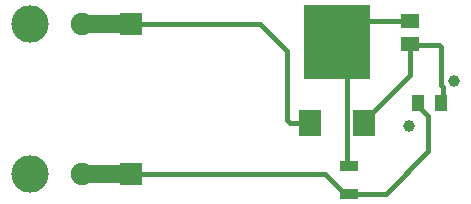
<source format=gtl>
G04*
G04 #@! TF.GenerationSoftware,Altium Limited,Altium Designer,20.0.11 (256)*
G04*
G04 Layer_Physical_Order=1*
G04 Layer_Color=255*
%FSLAX25Y25*%
%MOIN*%
G70*
G01*
G75*
%ADD14R,0.21900X0.24800*%
%ADD15R,0.07300X0.08500*%
%ADD16R,0.05906X0.05118*%
%ADD17R,0.03976X0.05787*%
%ADD18R,0.06102X0.03740*%
%ADD26C,0.01500*%
%ADD27C,0.06000*%
%ADD28C,0.03937*%
%ADD29R,0.07500X0.07500*%
%ADD30C,0.07500*%
%ADD31C,0.12500*%
D14*
X113500Y61475D02*
D03*
D15*
X122500Y34375D02*
D03*
X104500D02*
D03*
D16*
X138000Y68240D02*
D03*
Y60760D02*
D03*
D17*
X148358Y41000D02*
D03*
X140642D02*
D03*
D18*
X117500Y10874D02*
D03*
Y20126D02*
D03*
D26*
X148358Y41000D02*
X149000Y41642D01*
Y46370D01*
X148337Y47033D02*
X149000Y46370D01*
X148337Y47033D02*
Y59621D01*
X138260Y60500D02*
X147458D01*
X148337Y59621D01*
X45000Y67500D02*
X88000D01*
X97000Y35254D02*
Y58500D01*
X88000Y67500D02*
X97000Y58500D01*
X116319Y10874D02*
X117500D01*
X109693Y17500D02*
X116319Y10874D01*
X45000Y17500D02*
X109693D01*
X97879Y34375D02*
X104500D01*
X97000Y35254D02*
X97879Y34375D01*
X117500Y10874D02*
X129874D01*
X140642Y40095D02*
X143997Y36739D01*
Y24997D02*
Y36739D01*
X129874Y10874D02*
X143997Y24997D01*
X140642Y40095D02*
Y41000D01*
X138000Y60760D02*
X138260Y60500D01*
X122500Y34375D02*
Y34975D01*
X138000Y50475D01*
Y60760D01*
X113500Y61475D02*
X117000Y57975D01*
Y20626D02*
X117500Y20126D01*
X117000Y20626D02*
Y57975D01*
X120265Y68240D02*
X138000D01*
X113500Y61475D02*
X120265Y68240D01*
D27*
X28701Y67500D02*
X45000D01*
X28701Y17500D02*
X45000D01*
D28*
X152481Y48232D02*
D03*
X137626Y33372D02*
D03*
D29*
X45000Y17500D02*
D03*
Y67500D02*
D03*
D30*
X28701Y17500D02*
D03*
Y67500D02*
D03*
D31*
X11200Y17500D02*
D03*
Y67500D02*
D03*
M02*

</source>
